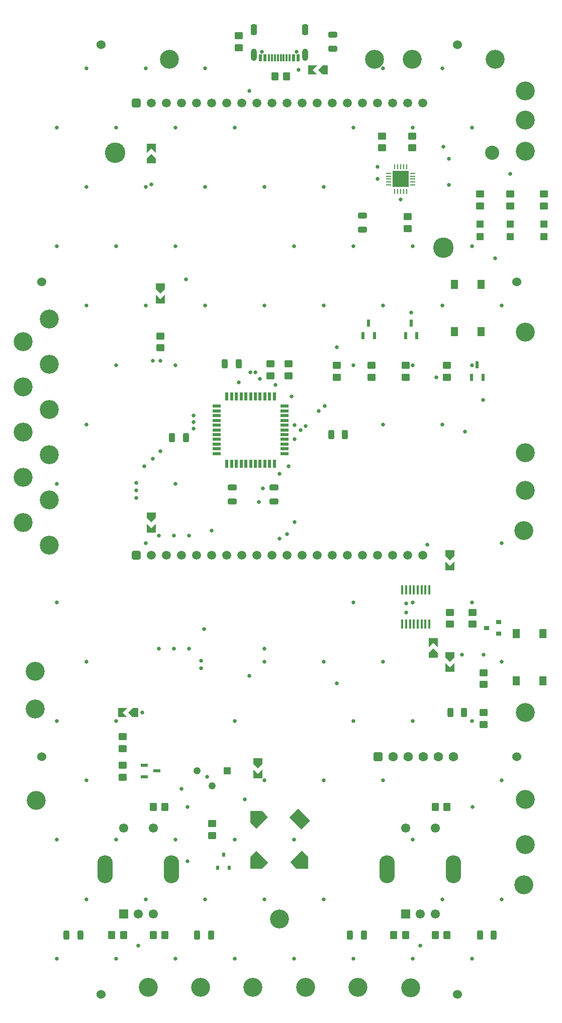
<source format=gbr>
%TF.GenerationSoftware,Altium Limited,Altium Designer,23.6.0 (18)*%
G04 Layer_Color=8388736*
%FSLAX43Y43*%
%MOMM*%
%TF.SameCoordinates,407812E0-2FFD-4E57-8D94-CFCBE61D5419*%
%TF.FilePolarity,Negative*%
%TF.FileFunction,Soldermask,Top*%
%TF.Part,Single*%
G01*
G75*
%TA.AperFunction,SMDPad,CuDef*%
%ADD10R,0.508X1.346*%
%ADD11R,1.346X0.508*%
G04:AMPARAMS|DCode=12|XSize=1.4mm|YSize=1.2mm|CornerRadius=0.15mm|HoleSize=0mm|Usage=FLASHONLY|Rotation=180.000|XOffset=0mm|YOffset=0mm|HoleType=Round|Shape=RoundedRectangle|*
%AMROUNDEDRECTD12*
21,1,1.400,0.900,0,0,180.0*
21,1,1.100,1.200,0,0,180.0*
1,1,0.300,-0.550,0.450*
1,1,0.300,0.550,0.450*
1,1,0.300,0.550,-0.450*
1,1,0.300,-0.550,-0.450*
%
%ADD12ROUNDEDRECTD12*%
%ADD17R,1.000X1.000*%
%ADD20O,0.250X0.900*%
%ADD21O,0.900X0.250*%
%ADD22R,2.800X2.800*%
G04:AMPARAMS|DCode=23|XSize=1.55mm|YSize=0.95mm|CornerRadius=0.238mm|HoleSize=0mm|Usage=FLASHONLY|Rotation=270.000|XOffset=0mm|YOffset=0mm|HoleType=Round|Shape=RoundedRectangle|*
%AMROUNDEDRECTD23*
21,1,1.550,0.475,0,0,270.0*
21,1,1.075,0.950,0,0,270.0*
1,1,0.475,-0.238,-0.538*
1,1,0.475,-0.238,0.538*
1,1,0.475,0.238,0.538*
1,1,0.475,0.238,-0.538*
%
%ADD23ROUNDEDRECTD23*%
%ADD24R,1.300X1.550*%
G04:AMPARAMS|DCode=25|XSize=1.57mm|YSize=0.41mm|CornerRadius=0.051mm|HoleSize=0mm|Usage=FLASHONLY|Rotation=270.000|XOffset=0mm|YOffset=0mm|HoleType=Round|Shape=RoundedRectangle|*
%AMROUNDEDRECTD25*
21,1,1.570,0.308,0,0,270.0*
21,1,1.468,0.410,0,0,270.0*
1,1,0.103,-0.154,-0.734*
1,1,0.103,-0.154,0.734*
1,1,0.103,0.154,0.734*
1,1,0.103,0.154,-0.734*
%
%ADD25ROUNDEDRECTD25*%
%ADD26R,0.600X0.750*%
G04:AMPARAMS|DCode=27|XSize=1.23mm|YSize=0.59mm|CornerRadius=0.148mm|HoleSize=0mm|Usage=FLASHONLY|Rotation=90.000|XOffset=0mm|YOffset=0mm|HoleType=Round|Shape=RoundedRectangle|*
%AMROUNDEDRECTD27*
21,1,1.230,0.295,0,0,90.0*
21,1,0.935,0.590,0,0,90.0*
1,1,0.295,0.148,0.468*
1,1,0.295,0.148,-0.468*
1,1,0.295,-0.148,-0.468*
1,1,0.295,-0.148,0.468*
%
%ADD27ROUNDEDRECTD27*%
G04:AMPARAMS|DCode=28|XSize=1.4mm|YSize=1.2mm|CornerRadius=0.15mm|HoleSize=0mm|Usage=FLASHONLY|Rotation=90.000|XOffset=0mm|YOffset=0mm|HoleType=Round|Shape=RoundedRectangle|*
%AMROUNDEDRECTD28*
21,1,1.400,0.900,0,0,90.0*
21,1,1.100,1.200,0,0,90.0*
1,1,0.300,0.450,0.550*
1,1,0.300,0.450,-0.550*
1,1,0.300,-0.450,-0.550*
1,1,0.300,-0.450,0.550*
%
%ADD28ROUNDEDRECTD28*%
G04:AMPARAMS|DCode=29|XSize=1.55mm|YSize=0.95mm|CornerRadius=0.238mm|HoleSize=0mm|Usage=FLASHONLY|Rotation=180.000|XOffset=0mm|YOffset=0mm|HoleType=Round|Shape=RoundedRectangle|*
%AMROUNDEDRECTD29*
21,1,1.550,0.475,0,0,180.0*
21,1,1.075,0.950,0,0,180.0*
1,1,0.475,-0.538,0.238*
1,1,0.475,0.538,0.238*
1,1,0.475,0.538,-0.238*
1,1,0.475,-0.538,-0.238*
%
%ADD29ROUNDEDRECTD29*%
%ADD30R,0.900X0.800*%
G04:AMPARAMS|DCode=33|XSize=1.23mm|YSize=0.59mm|CornerRadius=0.148mm|HoleSize=0mm|Usage=FLASHONLY|Rotation=0.000|XOffset=0mm|YOffset=0mm|HoleType=Round|Shape=RoundedRectangle|*
%AMROUNDEDRECTD33*
21,1,1.230,0.295,0,0,0.0*
21,1,0.935,0.590,0,0,0.0*
1,1,0.295,0.468,-0.148*
1,1,0.295,-0.468,-0.148*
1,1,0.295,-0.468,0.148*
1,1,0.295,0.468,0.148*
%
%ADD33ROUNDEDRECTD33*%
%ADD34R,0.600X1.150*%
%ADD35R,0.300X1.150*%
%ADD36R,1.200X1.200*%
%TA.AperFunction,ComponentPad*%
%ADD39C,3.200*%
%ADD40C,3.450*%
%ADD41C,2.388*%
%ADD42C,1.520*%
G04:AMPARAMS|DCode=43|XSize=1.52mm|YSize=1.52mm|CornerRadius=0.38mm|HoleSize=0mm|Usage=FLASHONLY|Rotation=0.000|XOffset=0mm|YOffset=0mm|HoleType=Round|Shape=RoundedRectangle|*
%AMROUNDEDRECTD43*
21,1,1.520,0.760,0,0,0.0*
21,1,0.760,1.520,0,0,0.0*
1,1,0.760,0.380,-0.380*
1,1,0.760,-0.380,-0.380*
1,1,0.760,-0.380,0.380*
1,1,0.760,0.380,0.380*
%
%ADD43ROUNDEDRECTD43*%
%ADD44C,1.600*%
G04:AMPARAMS|DCode=45|XSize=1.6mm|YSize=1.6mm|CornerRadius=0.4mm|HoleSize=0mm|Usage=FLASHONLY|Rotation=0.000|XOffset=0mm|YOffset=0mm|HoleType=Round|Shape=RoundedRectangle|*
%AMROUNDEDRECTD45*
21,1,1.600,0.800,0,0,0.0*
21,1,0.800,1.600,0,0,0.0*
1,1,0.800,0.400,-0.400*
1,1,0.800,-0.400,-0.400*
1,1,0.800,-0.400,0.400*
1,1,0.800,0.400,0.400*
%
%ADD45ROUNDEDRECTD45*%
%ADD46C,1.550*%
%ADD47R,1.550X1.550*%
G04:AMPARAMS|DCode=48|XSize=2.6mm|YSize=4.7mm|CornerRadius=1.3mm|HoleSize=0mm|Usage=FLASHONLY|Rotation=0.000|XOffset=0mm|YOffset=0mm|HoleType=Round|Shape=RoundedRectangle|*
%AMROUNDEDRECTD48*
21,1,2.600,2.100,0,0,0.0*
21,1,0.000,4.700,0,0,0.0*
1,1,2.600,0.000,-1.050*
1,1,2.600,0.000,-1.050*
1,1,2.600,0.000,1.050*
1,1,2.600,0.000,1.050*
%
%ADD48ROUNDEDRECTD48*%
%ADD49R,1.222X1.222*%
%ADD50C,1.222*%
G04:AMPARAMS|DCode=51|XSize=1.8mm|YSize=1mm|CornerRadius=0.25mm|HoleSize=0mm|Usage=FLASHONLY|Rotation=270.000|XOffset=0mm|YOffset=0mm|HoleType=Round|Shape=RoundedRectangle|*
%AMROUNDEDRECTD51*
21,1,1.800,0.500,0,0,270.0*
21,1,1.300,1.000,0,0,270.0*
1,1,0.500,-0.250,-0.650*
1,1,0.500,-0.250,0.650*
1,1,0.500,0.250,0.650*
1,1,0.500,0.250,-0.650*
%
%ADD51ROUNDEDRECTD51*%
%ADD52O,1.000X2.100*%
%ADD53C,0.650*%
%TA.AperFunction,WasherPad*%
%ADD54C,1.524*%
%TA.AperFunction,ViaPad*%
%ADD55C,0.650*%
G36*
X55689Y159004D02*
X54800D01*
X54039Y159766D01*
X54800Y160528D01*
X55689D01*
Y159004D01*
D02*
G37*
G36*
X53086Y159766D02*
X53848Y159004D01*
X52324D01*
Y160528D01*
X53848D01*
X53086Y159766D01*
D02*
G37*
G36*
X26670Y145796D02*
X25908Y146558D01*
X25146Y145796D01*
Y147320D01*
X26670D01*
Y145796D01*
D02*
G37*
G36*
Y144844D02*
Y143955D01*
X25146D01*
Y144844D01*
X25908Y145606D01*
X26670Y144844D01*
D02*
G37*
G36*
X28194Y122872D02*
X27432Y122110D01*
X26670Y122872D01*
Y123761D01*
X28194D01*
Y122872D01*
D02*
G37*
G36*
Y120396D02*
X26670D01*
Y121920D01*
X27432Y121158D01*
X28194Y121920D01*
Y120396D01*
D02*
G37*
G36*
X26672Y84265D02*
X25910Y83503D01*
X25148Y84265D01*
Y85154D01*
X26672D01*
Y84265D01*
D02*
G37*
G36*
Y81788D02*
X25148D01*
Y83312D01*
X25910Y82550D01*
X26672Y83312D01*
Y81788D01*
D02*
G37*
G36*
X76962Y77914D02*
X76200Y77152D01*
X75438Y77914D01*
Y78803D01*
X76962D01*
Y77914D01*
D02*
G37*
G36*
Y75438D02*
X75438D01*
Y76962D01*
X76200Y76200D01*
X76962Y76962D01*
Y75438D01*
D02*
G37*
G36*
X74168Y62484D02*
X73406Y63246D01*
X72644Y62484D01*
Y64008D01*
X74168D01*
Y62484D01*
D02*
G37*
G36*
Y61532D02*
Y60643D01*
X72644D01*
Y61532D01*
X73406Y62293D01*
X74168Y61532D01*
D02*
G37*
G36*
X76962Y60764D02*
X76200Y60002D01*
X75438Y60764D01*
Y61653D01*
X76962D01*
Y60764D01*
D02*
G37*
G36*
Y58288D02*
X75438D01*
Y59812D01*
X76200Y59050D01*
X76962Y59812D01*
Y58288D01*
D02*
G37*
G36*
X23713Y50673D02*
X22824D01*
X22062Y51435D01*
X22824Y52197D01*
X23713D01*
Y50673D01*
D02*
G37*
G36*
X21110Y51435D02*
X21872Y50673D01*
X20348D01*
Y52197D01*
X21872D01*
X21110Y51435D01*
D02*
G37*
G36*
X44619Y42862D02*
X43857Y42100D01*
X43096Y42862D01*
Y43751D01*
X44619D01*
Y42862D01*
D02*
G37*
G36*
Y40386D02*
X43096D01*
Y41910D01*
X43857Y41148D01*
X44619Y41910D01*
Y40386D01*
D02*
G37*
G36*
X45591Y33798D02*
X43652Y31859D01*
X42650Y32812D01*
Y34850D01*
X44688D01*
X45591Y33798D01*
D02*
G37*
G36*
X52700Y33212D02*
X51298Y31759D01*
X49259Y33798D01*
X50662Y35250D01*
X52700Y33212D01*
D02*
G37*
G36*
X52350Y27188D02*
Y25150D01*
X50312D01*
X49359Y26252D01*
X51298Y28191D01*
X52350Y27188D01*
D02*
G37*
G36*
X45691Y26152D02*
X44588Y25150D01*
X42650D01*
Y27088D01*
X43652Y28191D01*
X45691Y26152D01*
D02*
G37*
D10*
X38672Y93398D02*
D03*
X39472D02*
D03*
X40272D02*
D03*
X41072D02*
D03*
X41872D02*
D03*
X42672D02*
D03*
X43472D02*
D03*
X44272D02*
D03*
X45072D02*
D03*
X45872D02*
D03*
X46672D02*
D03*
Y104752D02*
D03*
X45872D02*
D03*
X45072D02*
D03*
X44272D02*
D03*
X43472D02*
D03*
X42672D02*
D03*
X41872D02*
D03*
X41072D02*
D03*
X40272D02*
D03*
X39472D02*
D03*
X38672D02*
D03*
D11*
X48349Y95075D02*
D03*
Y95875D02*
D03*
Y96675D02*
D03*
Y97475D02*
D03*
Y98275D02*
D03*
Y99075D02*
D03*
Y99875D02*
D03*
Y100675D02*
D03*
Y101475D02*
D03*
Y102275D02*
D03*
Y103075D02*
D03*
X36995D02*
D03*
Y102275D02*
D03*
Y101475D02*
D03*
Y100675D02*
D03*
Y99875D02*
D03*
Y99075D02*
D03*
Y98275D02*
D03*
Y97475D02*
D03*
Y96675D02*
D03*
Y95875D02*
D03*
Y95075D02*
D03*
D12*
X81915Y56166D02*
D03*
Y58166D02*
D03*
X49022Y108220D02*
D03*
Y110220D02*
D03*
X45974Y108220D02*
D03*
Y110220D02*
D03*
X81915Y51435D02*
D03*
Y49435D02*
D03*
X80010Y66345D02*
D03*
Y68345D02*
D03*
X76200Y66345D02*
D03*
Y68345D02*
D03*
X36195Y30750D02*
D03*
Y32750D02*
D03*
X21110Y42545D02*
D03*
Y40545D02*
D03*
Y45355D02*
D03*
Y47355D02*
D03*
X27432Y114903D02*
D03*
Y112903D02*
D03*
X40640Y163465D02*
D03*
Y165465D02*
D03*
X92075Y136795D02*
D03*
Y138795D02*
D03*
X86360Y136795D02*
D03*
Y138795D02*
D03*
X81280Y136795D02*
D03*
Y138795D02*
D03*
X69090Y134985D02*
D03*
Y132985D02*
D03*
X69850Y148590D02*
D03*
Y146590D02*
D03*
X64770D02*
D03*
Y148590D02*
D03*
X68772Y109950D02*
D03*
Y107950D02*
D03*
X63057Y109950D02*
D03*
Y107950D02*
D03*
X75692Y109950D02*
D03*
Y107950D02*
D03*
X57150Y107950D02*
D03*
Y109950D02*
D03*
D17*
X50950Y33450D02*
D03*
X51100Y26400D02*
D03*
X43900D02*
D03*
Y33600D02*
D03*
D20*
X66945Y139285D02*
D03*
X67445D02*
D03*
X67945D02*
D03*
X68445D02*
D03*
X68945D02*
D03*
Y143385D02*
D03*
X68445D02*
D03*
X67945D02*
D03*
X67445D02*
D03*
X66945D02*
D03*
D21*
X69995Y140335D02*
D03*
Y140835D02*
D03*
Y141335D02*
D03*
Y141835D02*
D03*
Y142335D02*
D03*
X65895D02*
D03*
Y141835D02*
D03*
Y141335D02*
D03*
Y140835D02*
D03*
Y140335D02*
D03*
D22*
X67945Y141335D02*
D03*
D23*
X33655Y13970D02*
D03*
X36005D02*
D03*
X40640Y110176D02*
D03*
X38290D02*
D03*
X83630Y13970D02*
D03*
X81280D02*
D03*
X59372D02*
D03*
X61722D02*
D03*
X11620Y13970D02*
D03*
X13970D02*
D03*
X29417Y97790D02*
D03*
X31767D02*
D03*
X58579Y98275D02*
D03*
X56229D02*
D03*
X76295Y51435D02*
D03*
X78645D02*
D03*
D24*
X81498Y123609D02*
D03*
X76998D02*
D03*
X81498Y115659D02*
D03*
X76998D02*
D03*
X87376Y56820D02*
D03*
X91876D02*
D03*
X87376Y64770D02*
D03*
X91876D02*
D03*
D25*
X72760Y72085D02*
D03*
X72110D02*
D03*
X71460D02*
D03*
X70810D02*
D03*
X70160D02*
D03*
X69510D02*
D03*
X68860D02*
D03*
X68210D02*
D03*
Y66345D02*
D03*
X68860D02*
D03*
X69510D02*
D03*
X70160D02*
D03*
X70810D02*
D03*
X71460D02*
D03*
X72110D02*
D03*
X72760D02*
D03*
D26*
X38100Y27516D02*
D03*
X39050Y25316D02*
D03*
X37150D02*
D03*
D27*
X80838Y110070D02*
D03*
X81788Y107950D02*
D03*
X79888D02*
D03*
X68772Y114935D02*
D03*
X70672D02*
D03*
X69723Y117055D02*
D03*
X61600Y114935D02*
D03*
X63500D02*
D03*
X62550Y117055D02*
D03*
D28*
X46750Y158623D02*
D03*
X48750D02*
D03*
X73750Y13970D02*
D03*
X75750D02*
D03*
X68750D02*
D03*
X66750D02*
D03*
X26250Y13970D02*
D03*
X28250D02*
D03*
X21250D02*
D03*
X19250D02*
D03*
X73750Y35560D02*
D03*
X75750D02*
D03*
X26250D02*
D03*
X28250D02*
D03*
D29*
X46609Y86995D02*
D03*
Y89345D02*
D03*
X39549Y86995D02*
D03*
Y89345D02*
D03*
X56515Y165640D02*
D03*
Y163290D02*
D03*
X61470Y132810D02*
D03*
Y135160D02*
D03*
D30*
X82455Y65720D02*
D03*
X84455Y66670D02*
D03*
Y64770D02*
D03*
D33*
X24765Y42545D02*
D03*
Y40645D02*
D03*
X26885Y41595D02*
D03*
D34*
X50700Y161745D02*
D03*
X44300D02*
D03*
X49900D02*
D03*
X45100D02*
D03*
D35*
X47250D02*
D03*
X47750D02*
D03*
X46750D02*
D03*
X46250D02*
D03*
X45750D02*
D03*
X48250D02*
D03*
X48750D02*
D03*
X49250D02*
D03*
D36*
X81280Y133765D02*
D03*
Y131665D02*
D03*
X86360Y133765D02*
D03*
Y131665D02*
D03*
X92075Y133765D02*
D03*
Y131665D02*
D03*
D39*
X88900Y88900D02*
D03*
X29000Y161500D02*
D03*
X88710Y82105D02*
D03*
X6540Y36640D02*
D03*
X47500Y16700D02*
D03*
X88710Y22415D02*
D03*
X8763Y79629D02*
D03*
X4318Y83439D02*
D03*
X8763Y87249D02*
D03*
X4318Y91059D02*
D03*
X8763Y94869D02*
D03*
X4318Y98679D02*
D03*
X8763Y102489D02*
D03*
X4318Y106299D02*
D03*
X8763Y110109D02*
D03*
X4318Y113919D02*
D03*
X8763Y117729D02*
D03*
X43080Y5105D02*
D03*
X69600Y5080D02*
D03*
X60760Y5105D02*
D03*
X51920D02*
D03*
X34240D02*
D03*
X25400D02*
D03*
X88900Y29210D02*
D03*
Y36830D02*
D03*
Y51435D02*
D03*
X6350Y52070D02*
D03*
Y58420D02*
D03*
X63500Y161500D02*
D03*
X88900Y146050D02*
D03*
Y151275D02*
D03*
Y156210D02*
D03*
Y115532D02*
D03*
Y95250D02*
D03*
X83820Y161500D02*
D03*
X69850D02*
D03*
D40*
X19877Y145801D02*
D03*
X75122Y129799D02*
D03*
D41*
X83352Y145801D02*
D03*
D42*
X71628Y154178D02*
D03*
X69088D02*
D03*
X66548D02*
D03*
X58928D02*
D03*
X56388D02*
D03*
X53848D02*
D03*
X48768D02*
D03*
X43688D02*
D03*
X41148D02*
D03*
X36068D02*
D03*
X33528D02*
D03*
X30988D02*
D03*
X25908D02*
D03*
X28448D02*
D03*
X38608D02*
D03*
X46228D02*
D03*
X51308D02*
D03*
X61468D02*
D03*
X64008D02*
D03*
X71628Y77978D02*
D03*
X69088D02*
D03*
X66548D02*
D03*
X58928D02*
D03*
X56388D02*
D03*
X53848D02*
D03*
X48768D02*
D03*
X43688D02*
D03*
X41148D02*
D03*
X36068D02*
D03*
X33528D02*
D03*
X30988D02*
D03*
X25908D02*
D03*
X28448D02*
D03*
X38608D02*
D03*
X46228D02*
D03*
X51308D02*
D03*
X61468D02*
D03*
X64008D02*
D03*
D43*
X23368Y154178D02*
D03*
Y77978D02*
D03*
D44*
X76850Y44000D02*
D03*
X74310D02*
D03*
X69230D02*
D03*
X66690D02*
D03*
X71770D02*
D03*
D45*
X64150D02*
D03*
D46*
X68750Y32000D02*
D03*
X73750D02*
D03*
X71250Y17500D02*
D03*
X73750D02*
D03*
X21250Y32000D02*
D03*
X26250D02*
D03*
X23750Y17500D02*
D03*
X26250D02*
D03*
D47*
X68750D02*
D03*
X21250D02*
D03*
D48*
X65650Y25000D02*
D03*
X76850D02*
D03*
X18150D02*
D03*
X29350D02*
D03*
D49*
X38735Y41595D02*
D03*
D50*
X36195Y39055D02*
D03*
X33655Y41595D02*
D03*
D51*
X51820Y166500D02*
D03*
X43180D02*
D03*
D52*
X51820Y162320D02*
D03*
X43180D02*
D03*
D53*
X44610Y162820D02*
D03*
X50390D02*
D03*
D54*
X87500Y44000D02*
D03*
Y124000D02*
D03*
X7500D02*
D03*
Y44000D02*
D03*
X77500Y164000D02*
D03*
X17500Y4000D02*
D03*
X77500D02*
D03*
X17500Y164000D02*
D03*
D55*
X80000Y150000D02*
D03*
Y130000D02*
D03*
X85000Y120000D02*
D03*
X80000Y110000D02*
D03*
X85000Y80000D02*
D03*
X80000Y70000D02*
D03*
X85000Y60000D02*
D03*
X80000Y50000D02*
D03*
X85000Y40000D02*
D03*
Y20000D02*
D03*
X80000Y10000D02*
D03*
X75000Y160000D02*
D03*
X70000Y150000D02*
D03*
Y130000D02*
D03*
X75000Y120000D02*
D03*
X70000Y110000D02*
D03*
X75000Y100000D02*
D03*
X70000Y70000D02*
D03*
Y50000D02*
D03*
Y30000D02*
D03*
X75000Y20000D02*
D03*
X70000Y10000D02*
D03*
X65000Y160000D02*
D03*
X60000Y150000D02*
D03*
Y130000D02*
D03*
X65000Y120000D02*
D03*
X60000Y110000D02*
D03*
X65000Y100000D02*
D03*
X60000Y70000D02*
D03*
X65000Y60000D02*
D03*
X60000Y50000D02*
D03*
X65000Y40000D02*
D03*
X60000Y10000D02*
D03*
X55000Y140000D02*
D03*
X50000Y130000D02*
D03*
X55000Y120000D02*
D03*
Y60000D02*
D03*
Y40000D02*
D03*
X50000Y30000D02*
D03*
X55000Y20000D02*
D03*
X50000Y10000D02*
D03*
X40000Y150000D02*
D03*
X45000Y140000D02*
D03*
Y120000D02*
D03*
Y60000D02*
D03*
X40000Y50000D02*
D03*
X45000Y40000D02*
D03*
X40000Y30000D02*
D03*
X45000Y20000D02*
D03*
X40000Y10000D02*
D03*
X35000Y160000D02*
D03*
X30000Y150000D02*
D03*
X35000Y140000D02*
D03*
X30000Y130000D02*
D03*
X35000Y120000D02*
D03*
X30000Y110000D02*
D03*
Y90000D02*
D03*
Y30000D02*
D03*
X35000Y20000D02*
D03*
X30000Y10000D02*
D03*
X25000Y160000D02*
D03*
X20000Y150000D02*
D03*
X25000Y140000D02*
D03*
X20000Y130000D02*
D03*
X25000Y120000D02*
D03*
X20000Y110000D02*
D03*
X25000Y80000D02*
D03*
X20000Y50000D02*
D03*
Y30000D02*
D03*
X25000Y20000D02*
D03*
X20000Y10000D02*
D03*
X15000Y160000D02*
D03*
X10000Y150000D02*
D03*
X15000Y140000D02*
D03*
X10000Y130000D02*
D03*
X15000Y120000D02*
D03*
Y100000D02*
D03*
X10000Y90000D02*
D03*
Y70000D02*
D03*
X15000Y60000D02*
D03*
X10000Y50000D02*
D03*
X15000Y40000D02*
D03*
X10000Y30000D02*
D03*
X15000Y20000D02*
D03*
X10000Y10000D02*
D03*
X42633Y108809D02*
D03*
X49530Y104752D02*
D03*
X49044Y92964D02*
D03*
X50061Y97475D02*
D03*
X51054Y99075D02*
D03*
X50038Y99875D02*
D03*
X54102Y102275D02*
D03*
X55118Y103075D02*
D03*
X51928Y99752D02*
D03*
X33020Y99314D02*
D03*
Y100375D02*
D03*
Y101475D02*
D03*
X44196Y107696D02*
D03*
X43434Y108809D02*
D03*
X40707Y107113D02*
D03*
X81915Y61214D02*
D03*
X78232D02*
D03*
X41656Y36830D02*
D03*
X50789Y159766D02*
D03*
X36068Y82087D02*
D03*
X47498Y91694D02*
D03*
X31750Y124460D02*
D03*
X25908Y140462D02*
D03*
X42418Y156210D02*
D03*
X26162Y110699D02*
D03*
Y94234D02*
D03*
X24780Y92964D02*
D03*
X42418Y57658D02*
D03*
X34290Y58928D02*
D03*
Y60198D02*
D03*
X34798Y65532D02*
D03*
X24384Y51435D02*
D03*
X23368Y87630D02*
D03*
Y88900D02*
D03*
Y90170D02*
D03*
X27432Y95504D02*
D03*
X48768Y81534D02*
D03*
X50038Y83566D02*
D03*
X44958Y62230D02*
D03*
X57150Y56388D02*
D03*
X47498Y80772D02*
D03*
X35306Y40640D02*
D03*
X32258Y62230D02*
D03*
Y81280D02*
D03*
X30988Y38608D02*
D03*
X29718Y62230D02*
D03*
Y81280D02*
D03*
X27178Y62230D02*
D03*
Y81280D02*
D03*
X46842Y106680D02*
D03*
X68860Y69850D02*
D03*
Y68345D02*
D03*
X72390Y79756D02*
D03*
X44099Y86920D02*
D03*
X44749Y89199D02*
D03*
X27432Y110699D02*
D03*
X80010Y35560D02*
D03*
X71250Y12192D02*
D03*
X32004Y26416D02*
D03*
X23750Y12192D02*
D03*
X32004Y35560D02*
D03*
X57150Y113030D02*
D03*
X76093Y144780D02*
D03*
Y140335D02*
D03*
X75122Y146812D02*
D03*
X64010Y143385D02*
D03*
X67945Y137922D02*
D03*
X69723Y118872D02*
D03*
X73914Y107950D02*
D03*
X78740Y98806D02*
D03*
X81788Y104140D02*
D03*
X83820Y128016D02*
D03*
X86360Y142240D02*
D03*
X64010Y141335D02*
D03*
%TF.MD5,7c05a7e0b5828150a2b87df41a508df3*%
M02*

</source>
